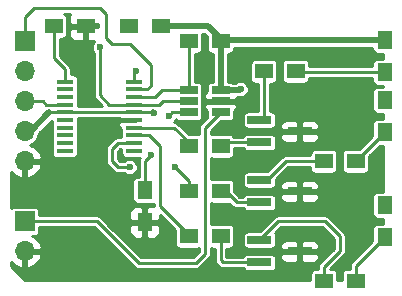
<source format=gbr>
G04 #@! TF.FileFunction,Copper,L1,Top,Signal*
%FSLAX46Y46*%
G04 Gerber Fmt 4.6, Leading zero omitted, Abs format (unit mm)*
G04 Created by KiCad (PCBNEW 4.0.6) date Thu Aug 31 18:27:20 2017*
%MOMM*%
%LPD*%
G01*
G04 APERTURE LIST*
%ADD10C,0.100000*%
%ADD11R,1.300000X1.500000*%
%ADD12R,1.700000X1.700000*%
%ADD13O,1.700000X1.700000*%
%ADD14R,2.000000X0.700000*%
%ADD15R,1.500000X1.300000*%
%ADD16R,1.560000X0.650000*%
%ADD17R,1.450000X0.450000*%
%ADD18C,0.600000*%
%ADD19C,0.250000*%
%ADD20C,0.500000*%
%ADD21C,0.254000*%
G04 APERTURE END LIST*
D10*
D11*
X154940000Y-94060000D03*
X154940000Y-91360000D03*
X154940000Y-99140000D03*
X154940000Y-96440000D03*
X154940000Y-108030000D03*
X154940000Y-105330000D03*
D12*
X124460000Y-106680000D03*
D13*
X124460000Y-109220000D03*
D12*
X124460000Y-91440000D03*
D13*
X124460000Y-93980000D03*
X124460000Y-96520000D03*
X124460000Y-99060000D03*
X124460000Y-101600000D03*
D14*
X144350000Y-98110000D03*
X144350000Y-100010000D03*
X147750000Y-99060000D03*
X144350000Y-103190000D03*
X144350000Y-105090000D03*
X147750000Y-104140000D03*
X144350000Y-108270000D03*
X144350000Y-110170000D03*
X147750000Y-109220000D03*
D11*
X134620000Y-104060000D03*
X134620000Y-106760000D03*
D15*
X133270000Y-90170000D03*
X135970000Y-90170000D03*
X138350000Y-91440000D03*
X141050000Y-91440000D03*
X141050000Y-100330000D03*
X138350000Y-100330000D03*
X129620000Y-90170000D03*
X126920000Y-90170000D03*
X147400000Y-93980000D03*
X144700000Y-93980000D03*
X141050000Y-104140000D03*
X138350000Y-104140000D03*
X152480000Y-101600000D03*
X149780000Y-101600000D03*
X141050000Y-107950000D03*
X138350000Y-107950000D03*
X152480000Y-111760000D03*
X149780000Y-111760000D03*
D16*
X141050000Y-97470000D03*
X141050000Y-96520000D03*
X141050000Y-95570000D03*
X138350000Y-95570000D03*
X138350000Y-97470000D03*
X138350000Y-96520000D03*
D17*
X127860000Y-94865000D03*
X127860000Y-95515000D03*
X127860000Y-96165000D03*
X127860000Y-96815000D03*
X127860000Y-97465000D03*
X127860000Y-98115000D03*
X127860000Y-98765000D03*
X127860000Y-99415000D03*
X127860000Y-100065000D03*
X127860000Y-100715000D03*
X133760000Y-100715000D03*
X133760000Y-100065000D03*
X133760000Y-99415000D03*
X133760000Y-98765000D03*
X133760000Y-98115000D03*
X133760000Y-97465000D03*
X133760000Y-96815000D03*
X133760000Y-96165000D03*
X133760000Y-95515000D03*
X133760000Y-94865000D03*
D18*
X154940000Y-96440000D03*
X154940000Y-91360000D03*
X154940000Y-105410000D03*
X142748000Y-95504000D03*
X135382000Y-97536000D03*
X130556000Y-90170000D03*
X133858000Y-93980000D03*
X136652000Y-97790000D03*
X135128000Y-101092000D03*
X133270000Y-90170000D03*
X130810000Y-91948000D03*
X133350000Y-102108000D03*
X137160000Y-102108000D03*
D19*
X154940000Y-94060000D02*
X147480000Y-94060000D01*
X147480000Y-94060000D02*
X147400000Y-93980000D01*
D20*
X141130000Y-91360000D02*
X154940000Y-91360000D01*
X154940000Y-105410000D02*
X154940000Y-105330000D01*
D19*
X133760000Y-97465000D02*
X135311000Y-97465000D01*
D20*
X142682000Y-95570000D02*
X141050000Y-95570000D01*
X142748000Y-95504000D02*
X142682000Y-95570000D01*
X135311000Y-97465000D02*
X135382000Y-97536000D01*
D19*
X127860000Y-97465000D02*
X133760000Y-97465000D01*
D20*
X141050000Y-91440000D02*
X141050000Y-91266000D01*
X141050000Y-91266000D02*
X139954000Y-90170000D01*
X139954000Y-90170000D02*
X135970000Y-90170000D01*
X141050000Y-95570000D02*
X141050000Y-91440000D01*
X124460000Y-99060000D02*
X124968000Y-99060000D01*
X124968000Y-99060000D02*
X126563000Y-97465000D01*
D19*
X126563000Y-97465000D02*
X127860000Y-97465000D01*
D20*
X141130000Y-91360000D02*
X141050000Y-91440000D01*
D19*
X152480000Y-101600000D02*
X154940000Y-99140000D01*
X152480000Y-111760000D02*
X152480000Y-110490000D01*
X152480000Y-110490000D02*
X154940000Y-108030000D01*
X124460000Y-106680000D02*
X130556000Y-106680000D01*
X139700000Y-98820000D02*
X141050000Y-97470000D01*
X139700000Y-109474000D02*
X139700000Y-98820000D01*
X138938000Y-110236000D02*
X139700000Y-109474000D01*
X134112000Y-110236000D02*
X138938000Y-110236000D01*
X130556000Y-106680000D02*
X134112000Y-110236000D01*
D20*
X129620000Y-90170000D02*
X130556000Y-90170000D01*
D19*
X133760000Y-95515000D02*
X134863000Y-95515000D01*
X124460000Y-89408000D02*
X124460000Y-91440000D01*
X125222000Y-88646000D02*
X124460000Y-89408000D01*
X130810000Y-88646000D02*
X125222000Y-88646000D01*
X131318000Y-89154000D02*
X130810000Y-88646000D01*
X131318000Y-91186000D02*
X131318000Y-89154000D01*
X131826000Y-91694000D02*
X131318000Y-91186000D01*
X133350000Y-91694000D02*
X131826000Y-91694000D01*
X135128000Y-93472000D02*
X133350000Y-91694000D01*
X135128000Y-95250000D02*
X135128000Y-93472000D01*
X134863000Y-95515000D02*
X135128000Y-95250000D01*
X133760000Y-94078000D02*
X133760000Y-94865000D01*
X133858000Y-93980000D02*
X133760000Y-94078000D01*
X127860000Y-96815000D02*
X126279000Y-96815000D01*
X125984000Y-96520000D02*
X124460000Y-96520000D01*
X126279000Y-96815000D02*
X125984000Y-96520000D01*
X144700000Y-93980000D02*
X144700000Y-97760000D01*
X144700000Y-97760000D02*
X144350000Y-98110000D01*
X144350000Y-100010000D02*
X141370000Y-100010000D01*
X141370000Y-100010000D02*
X141050000Y-100330000D01*
X144968000Y-103190000D02*
X146558000Y-101600000D01*
X146558000Y-101600000D02*
X149780000Y-101600000D01*
X144350000Y-103190000D02*
X144968000Y-103190000D01*
X141050000Y-104140000D02*
X141478000Y-104140000D01*
X141478000Y-104140000D02*
X142428000Y-105090000D01*
X142428000Y-105090000D02*
X144350000Y-105090000D01*
X149780000Y-111760000D02*
X149780000Y-110570000D01*
X145940000Y-106680000D02*
X144350000Y-108270000D01*
X149860000Y-106680000D02*
X145940000Y-106680000D01*
X151130000Y-107950000D02*
X149860000Y-106680000D01*
X151130000Y-109220000D02*
X151130000Y-107950000D01*
X149780000Y-110570000D02*
X151130000Y-109220000D01*
X144350000Y-110170000D02*
X141290000Y-110170000D01*
X141050000Y-109930000D02*
X141050000Y-107950000D01*
X141290000Y-110170000D02*
X141050000Y-109930000D01*
X134620000Y-104060000D02*
X134620000Y-101600000D01*
X136972000Y-97470000D02*
X138350000Y-97470000D01*
X136652000Y-97790000D02*
X136972000Y-97470000D01*
X134620000Y-101600000D02*
X135128000Y-101092000D01*
X133760000Y-96815000D02*
X131613000Y-96815000D01*
X130810000Y-96012000D02*
X131613000Y-96815000D01*
X130810000Y-91948000D02*
X130810000Y-96012000D01*
X138350000Y-96520000D02*
X136144000Y-96520000D01*
X135849000Y-96815000D02*
X133760000Y-96815000D01*
X136144000Y-96520000D02*
X135849000Y-96815000D01*
X138350000Y-91440000D02*
X138350000Y-95570000D01*
X133760000Y-96165000D02*
X135483000Y-96165000D01*
X136078000Y-95570000D02*
X138350000Y-95570000D01*
X135483000Y-96165000D02*
X136078000Y-95570000D01*
X138350000Y-100330000D02*
X138350000Y-99996000D01*
X138350000Y-99996000D02*
X137119000Y-98765000D01*
X137119000Y-98765000D02*
X133760000Y-98765000D01*
X127860000Y-94865000D02*
X127860000Y-93824000D01*
X126920000Y-92884000D02*
X126920000Y-90170000D01*
X127860000Y-93824000D02*
X126920000Y-92884000D01*
X138350000Y-104140000D02*
X138350000Y-103298000D01*
X132345000Y-100065000D02*
X133760000Y-100065000D01*
X131826000Y-100584000D02*
X132345000Y-100065000D01*
X131826000Y-101600000D02*
X131826000Y-100584000D01*
X132334000Y-102108000D02*
X131826000Y-101600000D01*
X133350000Y-102108000D02*
X132334000Y-102108000D01*
X138350000Y-103298000D02*
X137160000Y-102108000D01*
X138350000Y-107950000D02*
X138350000Y-107870000D01*
X138350000Y-107870000D02*
X135890000Y-105410000D01*
X135890000Y-105410000D02*
X135890000Y-100330000D01*
X135890000Y-100330000D02*
X134975000Y-99415000D01*
X134975000Y-99415000D02*
X133760000Y-99415000D01*
D21*
G36*
X139911536Y-91019904D02*
X139911536Y-92090000D01*
X139938103Y-92231190D01*
X140021546Y-92360865D01*
X140148866Y-92447859D01*
X140300000Y-92478464D01*
X140419000Y-92478464D01*
X140419000Y-94856536D01*
X140270000Y-94856536D01*
X140128810Y-94883103D01*
X139999135Y-94966546D01*
X139912141Y-95093866D01*
X139881536Y-95245000D01*
X139881536Y-95685439D01*
X139731673Y-95835301D01*
X139635000Y-96068690D01*
X139635000Y-96234250D01*
X139793750Y-96393000D01*
X140923000Y-96393000D01*
X140923000Y-96373000D01*
X141177000Y-96373000D01*
X141177000Y-96393000D01*
X142306250Y-96393000D01*
X142465000Y-96234250D01*
X142465000Y-96201000D01*
X142682000Y-96201000D01*
X142762372Y-96185013D01*
X142882865Y-96185118D01*
X143133252Y-96081661D01*
X143324987Y-95890259D01*
X143428882Y-95640054D01*
X143429118Y-95369135D01*
X143325661Y-95118748D01*
X143134259Y-94927013D01*
X142884054Y-94823118D01*
X142613135Y-94822882D01*
X142362748Y-94926339D01*
X142350065Y-94939000D01*
X142057032Y-94939000D01*
X141981134Y-94887141D01*
X141830000Y-94856536D01*
X141681000Y-94856536D01*
X141681000Y-92478464D01*
X141800000Y-92478464D01*
X141941190Y-92451897D01*
X142070865Y-92368454D01*
X142157859Y-92241134D01*
X142188464Y-92090000D01*
X142188464Y-91991000D01*
X153901536Y-91991000D01*
X153901536Y-92110000D01*
X153928103Y-92251190D01*
X154011546Y-92380865D01*
X154138866Y-92467859D01*
X154290000Y-92498464D01*
X154813000Y-92498464D01*
X154813000Y-92921536D01*
X154290000Y-92921536D01*
X154148810Y-92948103D01*
X154019135Y-93031546D01*
X153932141Y-93158866D01*
X153901536Y-93310000D01*
X153901536Y-93554000D01*
X148538464Y-93554000D01*
X148538464Y-93330000D01*
X148511897Y-93188810D01*
X148428454Y-93059135D01*
X148301134Y-92972141D01*
X148150000Y-92941536D01*
X146650000Y-92941536D01*
X146508810Y-92968103D01*
X146379135Y-93051546D01*
X146292141Y-93178866D01*
X146261536Y-93330000D01*
X146261536Y-94630000D01*
X146288103Y-94771190D01*
X146371546Y-94900865D01*
X146498866Y-94987859D01*
X146650000Y-95018464D01*
X148150000Y-95018464D01*
X148291190Y-94991897D01*
X148420865Y-94908454D01*
X148507859Y-94781134D01*
X148538464Y-94630000D01*
X148538464Y-94566000D01*
X153901536Y-94566000D01*
X153901536Y-94810000D01*
X153928103Y-94951190D01*
X154011546Y-95080865D01*
X154138866Y-95167859D01*
X154290000Y-95198464D01*
X154813000Y-95198464D01*
X154813000Y-95301536D01*
X154290000Y-95301536D01*
X154148810Y-95328103D01*
X154019135Y-95411546D01*
X153932141Y-95538866D01*
X153901536Y-95690000D01*
X153901536Y-97190000D01*
X153928103Y-97331190D01*
X154011546Y-97460865D01*
X154138866Y-97547859D01*
X154290000Y-97578464D01*
X154813000Y-97578464D01*
X154813000Y-98001536D01*
X154290000Y-98001536D01*
X154148810Y-98028103D01*
X154019135Y-98111546D01*
X153932141Y-98238866D01*
X153901536Y-98390000D01*
X153901536Y-99462872D01*
X152802872Y-100561536D01*
X151730000Y-100561536D01*
X151588810Y-100588103D01*
X151459135Y-100671546D01*
X151372141Y-100798866D01*
X151341536Y-100950000D01*
X151341536Y-102250000D01*
X151368103Y-102391190D01*
X151451546Y-102520865D01*
X151578866Y-102607859D01*
X151730000Y-102638464D01*
X153230000Y-102638464D01*
X153371190Y-102611897D01*
X153500865Y-102528454D01*
X153587859Y-102401134D01*
X153618464Y-102250000D01*
X153618464Y-101177128D01*
X154517128Y-100278464D01*
X154813000Y-100278464D01*
X154813000Y-104191536D01*
X154290000Y-104191536D01*
X154148810Y-104218103D01*
X154019135Y-104301546D01*
X153932141Y-104428866D01*
X153901536Y-104580000D01*
X153901536Y-106080000D01*
X153928103Y-106221190D01*
X154011546Y-106350865D01*
X154138866Y-106437859D01*
X154290000Y-106468464D01*
X154813000Y-106468464D01*
X154813000Y-106891536D01*
X154290000Y-106891536D01*
X154148810Y-106918103D01*
X154019135Y-107001546D01*
X153932141Y-107128866D01*
X153901536Y-107280000D01*
X153901536Y-108352872D01*
X152122204Y-110132204D01*
X152012517Y-110296362D01*
X151974000Y-110490000D01*
X151974000Y-110721536D01*
X151730000Y-110721536D01*
X151588810Y-110748103D01*
X151459135Y-110831546D01*
X151372141Y-110958866D01*
X151341536Y-111110000D01*
X151341536Y-111633000D01*
X150918464Y-111633000D01*
X150918464Y-111110000D01*
X150891897Y-110968810D01*
X150808454Y-110839135D01*
X150681134Y-110752141D01*
X150530000Y-110721536D01*
X150344056Y-110721536D01*
X151487796Y-109577796D01*
X151597483Y-109413638D01*
X151636000Y-109220000D01*
X151636000Y-107950000D01*
X151597483Y-107756362D01*
X151487796Y-107592204D01*
X150217796Y-106322204D01*
X150053638Y-106212517D01*
X149860000Y-106174000D01*
X145940000Y-106174000D01*
X145746362Y-106212517D01*
X145582204Y-106322204D01*
X144372872Y-107531536D01*
X143350000Y-107531536D01*
X143208810Y-107558103D01*
X143079135Y-107641546D01*
X142992141Y-107768866D01*
X142961536Y-107920000D01*
X142961536Y-108620000D01*
X142988103Y-108761190D01*
X143071546Y-108890865D01*
X143198866Y-108977859D01*
X143350000Y-109008464D01*
X145350000Y-109008464D01*
X145491190Y-108981897D01*
X145620865Y-108898454D01*
X145707859Y-108771134D01*
X145713416Y-108743690D01*
X146115000Y-108743690D01*
X146115000Y-108934250D01*
X146273750Y-109093000D01*
X147623000Y-109093000D01*
X147623000Y-108393750D01*
X147877000Y-108393750D01*
X147877000Y-109093000D01*
X149226250Y-109093000D01*
X149385000Y-108934250D01*
X149385000Y-108743690D01*
X149288327Y-108510301D01*
X149109698Y-108331673D01*
X148876309Y-108235000D01*
X148035750Y-108235000D01*
X147877000Y-108393750D01*
X147623000Y-108393750D01*
X147464250Y-108235000D01*
X146623691Y-108235000D01*
X146390302Y-108331673D01*
X146211673Y-108510301D01*
X146115000Y-108743690D01*
X145713416Y-108743690D01*
X145738464Y-108620000D01*
X145738464Y-107920000D01*
X145711897Y-107778810D01*
X145651164Y-107684428D01*
X146149592Y-107186000D01*
X149650408Y-107186000D01*
X150624000Y-108159592D01*
X150624000Y-109010408D01*
X149422204Y-110212204D01*
X149312517Y-110376362D01*
X149274000Y-110570000D01*
X149274000Y-110721536D01*
X149030000Y-110721536D01*
X148888810Y-110748103D01*
X148759135Y-110831546D01*
X148672141Y-110958866D01*
X148641536Y-111110000D01*
X148641536Y-111633000D01*
X124512606Y-111633000D01*
X123317000Y-110437394D01*
X123317000Y-110128085D01*
X123578642Y-110415183D01*
X124103108Y-110661486D01*
X124333000Y-110540819D01*
X124333000Y-109347000D01*
X124587000Y-109347000D01*
X124587000Y-110540819D01*
X124816892Y-110661486D01*
X125341358Y-110415183D01*
X125731645Y-109986924D01*
X125901476Y-109576890D01*
X125780155Y-109347000D01*
X124587000Y-109347000D01*
X124333000Y-109347000D01*
X124313000Y-109347000D01*
X124313000Y-109093000D01*
X124333000Y-109093000D01*
X124333000Y-109073000D01*
X124587000Y-109073000D01*
X124587000Y-109093000D01*
X125780155Y-109093000D01*
X125901476Y-108863110D01*
X125731645Y-108453076D01*
X125341358Y-108024817D01*
X125114895Y-107918464D01*
X125310000Y-107918464D01*
X125451190Y-107891897D01*
X125580865Y-107808454D01*
X125667859Y-107681134D01*
X125698464Y-107530000D01*
X125698464Y-107186000D01*
X130346408Y-107186000D01*
X133754204Y-110593796D01*
X133918362Y-110703483D01*
X134112000Y-110742000D01*
X138938000Y-110742000D01*
X139131638Y-110703483D01*
X139295796Y-110593796D01*
X140057796Y-109831796D01*
X140070887Y-109812204D01*
X140167483Y-109667638D01*
X140206000Y-109474000D01*
X140206000Y-108969429D01*
X140300000Y-108988464D01*
X140544000Y-108988464D01*
X140544000Y-109930000D01*
X140582517Y-110123638D01*
X140692204Y-110287796D01*
X140932204Y-110527796D01*
X141096362Y-110637483D01*
X141290000Y-110676000D01*
X142997633Y-110676000D01*
X143071546Y-110790865D01*
X143198866Y-110877859D01*
X143350000Y-110908464D01*
X145350000Y-110908464D01*
X145491190Y-110881897D01*
X145620865Y-110798454D01*
X145707859Y-110671134D01*
X145738464Y-110520000D01*
X145738464Y-109820000D01*
X145711897Y-109678810D01*
X145628454Y-109549135D01*
X145564958Y-109505750D01*
X146115000Y-109505750D01*
X146115000Y-109696310D01*
X146211673Y-109929699D01*
X146390302Y-110108327D01*
X146623691Y-110205000D01*
X147464250Y-110205000D01*
X147623000Y-110046250D01*
X147623000Y-109347000D01*
X147877000Y-109347000D01*
X147877000Y-110046250D01*
X148035750Y-110205000D01*
X148876309Y-110205000D01*
X149109698Y-110108327D01*
X149288327Y-109929699D01*
X149385000Y-109696310D01*
X149385000Y-109505750D01*
X149226250Y-109347000D01*
X147877000Y-109347000D01*
X147623000Y-109347000D01*
X146273750Y-109347000D01*
X146115000Y-109505750D01*
X145564958Y-109505750D01*
X145501134Y-109462141D01*
X145350000Y-109431536D01*
X143350000Y-109431536D01*
X143208810Y-109458103D01*
X143079135Y-109541546D01*
X142995466Y-109664000D01*
X141556000Y-109664000D01*
X141556000Y-108988464D01*
X141800000Y-108988464D01*
X141941190Y-108961897D01*
X142070865Y-108878454D01*
X142157859Y-108751134D01*
X142188464Y-108600000D01*
X142188464Y-107300000D01*
X142161897Y-107158810D01*
X142078454Y-107029135D01*
X141951134Y-106942141D01*
X141800000Y-106911536D01*
X140300000Y-106911536D01*
X140206000Y-106929223D01*
X140206000Y-105159429D01*
X140300000Y-105178464D01*
X141800000Y-105178464D01*
X141800734Y-105178326D01*
X142070204Y-105447796D01*
X142234362Y-105557483D01*
X142428000Y-105596000D01*
X142997633Y-105596000D01*
X143071546Y-105710865D01*
X143198866Y-105797859D01*
X143350000Y-105828464D01*
X145350000Y-105828464D01*
X145491190Y-105801897D01*
X145620865Y-105718454D01*
X145707859Y-105591134D01*
X145738464Y-105440000D01*
X145738464Y-104740000D01*
X145711897Y-104598810D01*
X145628454Y-104469135D01*
X145564958Y-104425750D01*
X146115000Y-104425750D01*
X146115000Y-104616310D01*
X146211673Y-104849699D01*
X146390302Y-105028327D01*
X146623691Y-105125000D01*
X147464250Y-105125000D01*
X147623000Y-104966250D01*
X147623000Y-104267000D01*
X147877000Y-104267000D01*
X147877000Y-104966250D01*
X148035750Y-105125000D01*
X148876309Y-105125000D01*
X149109698Y-105028327D01*
X149288327Y-104849699D01*
X149385000Y-104616310D01*
X149385000Y-104425750D01*
X149226250Y-104267000D01*
X147877000Y-104267000D01*
X147623000Y-104267000D01*
X146273750Y-104267000D01*
X146115000Y-104425750D01*
X145564958Y-104425750D01*
X145501134Y-104382141D01*
X145350000Y-104351536D01*
X143350000Y-104351536D01*
X143208810Y-104378103D01*
X143079135Y-104461546D01*
X142995466Y-104584000D01*
X142637592Y-104584000D01*
X142188464Y-104134872D01*
X142188464Y-103490000D01*
X142161897Y-103348810D01*
X142078454Y-103219135D01*
X141951134Y-103132141D01*
X141800000Y-103101536D01*
X140300000Y-103101536D01*
X140206000Y-103119223D01*
X140206000Y-102840000D01*
X142961536Y-102840000D01*
X142961536Y-103540000D01*
X142988103Y-103681190D01*
X143071546Y-103810865D01*
X143198866Y-103897859D01*
X143350000Y-103928464D01*
X145350000Y-103928464D01*
X145491190Y-103901897D01*
X145620865Y-103818454D01*
X145707859Y-103691134D01*
X145713416Y-103663690D01*
X146115000Y-103663690D01*
X146115000Y-103854250D01*
X146273750Y-104013000D01*
X147623000Y-104013000D01*
X147623000Y-103313750D01*
X147877000Y-103313750D01*
X147877000Y-104013000D01*
X149226250Y-104013000D01*
X149385000Y-103854250D01*
X149385000Y-103663690D01*
X149288327Y-103430301D01*
X149109698Y-103251673D01*
X148876309Y-103155000D01*
X148035750Y-103155000D01*
X147877000Y-103313750D01*
X147623000Y-103313750D01*
X147464250Y-103155000D01*
X146623691Y-103155000D01*
X146390302Y-103251673D01*
X146211673Y-103430301D01*
X146115000Y-103663690D01*
X145713416Y-103663690D01*
X145738464Y-103540000D01*
X145738464Y-103135128D01*
X146767592Y-102106000D01*
X148641536Y-102106000D01*
X148641536Y-102250000D01*
X148668103Y-102391190D01*
X148751546Y-102520865D01*
X148878866Y-102607859D01*
X149030000Y-102638464D01*
X150530000Y-102638464D01*
X150671190Y-102611897D01*
X150800865Y-102528454D01*
X150887859Y-102401134D01*
X150918464Y-102250000D01*
X150918464Y-100950000D01*
X150891897Y-100808810D01*
X150808454Y-100679135D01*
X150681134Y-100592141D01*
X150530000Y-100561536D01*
X149030000Y-100561536D01*
X148888810Y-100588103D01*
X148759135Y-100671546D01*
X148672141Y-100798866D01*
X148641536Y-100950000D01*
X148641536Y-101094000D01*
X146558000Y-101094000D01*
X146364362Y-101132517D01*
X146221381Y-101228054D01*
X146200204Y-101242204D01*
X144990872Y-102451536D01*
X143350000Y-102451536D01*
X143208810Y-102478103D01*
X143079135Y-102561546D01*
X142992141Y-102688866D01*
X142961536Y-102840000D01*
X140206000Y-102840000D01*
X140206000Y-101349429D01*
X140300000Y-101368464D01*
X141800000Y-101368464D01*
X141941190Y-101341897D01*
X142070865Y-101258454D01*
X142157859Y-101131134D01*
X142188464Y-100980000D01*
X142188464Y-100516000D01*
X142997633Y-100516000D01*
X143071546Y-100630865D01*
X143198866Y-100717859D01*
X143350000Y-100748464D01*
X145350000Y-100748464D01*
X145491190Y-100721897D01*
X145620865Y-100638454D01*
X145707859Y-100511134D01*
X145738464Y-100360000D01*
X145738464Y-99660000D01*
X145711897Y-99518810D01*
X145628454Y-99389135D01*
X145564958Y-99345750D01*
X146115000Y-99345750D01*
X146115000Y-99536310D01*
X146211673Y-99769699D01*
X146390302Y-99948327D01*
X146623691Y-100045000D01*
X147464250Y-100045000D01*
X147623000Y-99886250D01*
X147623000Y-99187000D01*
X147877000Y-99187000D01*
X147877000Y-99886250D01*
X148035750Y-100045000D01*
X148876309Y-100045000D01*
X149109698Y-99948327D01*
X149288327Y-99769699D01*
X149385000Y-99536310D01*
X149385000Y-99345750D01*
X149226250Y-99187000D01*
X147877000Y-99187000D01*
X147623000Y-99187000D01*
X146273750Y-99187000D01*
X146115000Y-99345750D01*
X145564958Y-99345750D01*
X145501134Y-99302141D01*
X145350000Y-99271536D01*
X143350000Y-99271536D01*
X143208810Y-99298103D01*
X143079135Y-99381546D01*
X142995466Y-99504000D01*
X142139498Y-99504000D01*
X142078454Y-99409135D01*
X141951134Y-99322141D01*
X141800000Y-99291536D01*
X140300000Y-99291536D01*
X140206000Y-99309223D01*
X140206000Y-99029592D01*
X141052128Y-98183464D01*
X141830000Y-98183464D01*
X141971190Y-98156897D01*
X142100865Y-98073454D01*
X142187859Y-97946134D01*
X142218464Y-97795000D01*
X142218464Y-97760000D01*
X142961536Y-97760000D01*
X142961536Y-98460000D01*
X142988103Y-98601190D01*
X143071546Y-98730865D01*
X143198866Y-98817859D01*
X143350000Y-98848464D01*
X145350000Y-98848464D01*
X145491190Y-98821897D01*
X145620865Y-98738454D01*
X145707859Y-98611134D01*
X145713416Y-98583690D01*
X146115000Y-98583690D01*
X146115000Y-98774250D01*
X146273750Y-98933000D01*
X147623000Y-98933000D01*
X147623000Y-98233750D01*
X147877000Y-98233750D01*
X147877000Y-98933000D01*
X149226250Y-98933000D01*
X149385000Y-98774250D01*
X149385000Y-98583690D01*
X149288327Y-98350301D01*
X149109698Y-98171673D01*
X148876309Y-98075000D01*
X148035750Y-98075000D01*
X147877000Y-98233750D01*
X147623000Y-98233750D01*
X147464250Y-98075000D01*
X146623691Y-98075000D01*
X146390302Y-98171673D01*
X146211673Y-98350301D01*
X146115000Y-98583690D01*
X145713416Y-98583690D01*
X145738464Y-98460000D01*
X145738464Y-97760000D01*
X145711897Y-97618810D01*
X145628454Y-97489135D01*
X145501134Y-97402141D01*
X145350000Y-97371536D01*
X145206000Y-97371536D01*
X145206000Y-95018464D01*
X145450000Y-95018464D01*
X145591190Y-94991897D01*
X145720865Y-94908454D01*
X145807859Y-94781134D01*
X145838464Y-94630000D01*
X145838464Y-93330000D01*
X145811897Y-93188810D01*
X145728454Y-93059135D01*
X145601134Y-92972141D01*
X145450000Y-92941536D01*
X143950000Y-92941536D01*
X143808810Y-92968103D01*
X143679135Y-93051546D01*
X143592141Y-93178866D01*
X143561536Y-93330000D01*
X143561536Y-94630000D01*
X143588103Y-94771190D01*
X143671546Y-94900865D01*
X143798866Y-94987859D01*
X143950000Y-95018464D01*
X144194000Y-95018464D01*
X144194000Y-97371536D01*
X143350000Y-97371536D01*
X143208810Y-97398103D01*
X143079135Y-97481546D01*
X142992141Y-97608866D01*
X142961536Y-97760000D01*
X142218464Y-97760000D01*
X142218464Y-97354561D01*
X142368327Y-97204699D01*
X142465000Y-96971310D01*
X142465000Y-96805750D01*
X142306250Y-96647000D01*
X141177000Y-96647000D01*
X141177000Y-96667000D01*
X140923000Y-96667000D01*
X140923000Y-96647000D01*
X139793750Y-96647000D01*
X139635000Y-96805750D01*
X139635000Y-96971310D01*
X139731673Y-97204699D01*
X139881536Y-97354561D01*
X139881536Y-97795000D01*
X139901787Y-97902621D01*
X139342204Y-98462204D01*
X139232517Y-98626362D01*
X139194000Y-98820000D01*
X139194000Y-99310571D01*
X139100000Y-99291536D01*
X138361128Y-99291536D01*
X137476796Y-98407204D01*
X137312638Y-98297517D01*
X137141599Y-98263495D01*
X137228987Y-98176259D01*
X137281384Y-98050073D01*
X137291546Y-98065865D01*
X137418866Y-98152859D01*
X137570000Y-98183464D01*
X139130000Y-98183464D01*
X139271190Y-98156897D01*
X139400865Y-98073454D01*
X139487859Y-97946134D01*
X139518464Y-97795000D01*
X139518464Y-97145000D01*
X139491897Y-97003810D01*
X139487395Y-96996813D01*
X139487859Y-96996134D01*
X139518464Y-96845000D01*
X139518464Y-96195000D01*
X139491897Y-96053810D01*
X139487395Y-96046813D01*
X139487859Y-96046134D01*
X139518464Y-95895000D01*
X139518464Y-95245000D01*
X139491897Y-95103810D01*
X139408454Y-94974135D01*
X139281134Y-94887141D01*
X139130000Y-94856536D01*
X138856000Y-94856536D01*
X138856000Y-92478464D01*
X139100000Y-92478464D01*
X139241190Y-92451897D01*
X139370865Y-92368454D01*
X139457859Y-92241134D01*
X139488464Y-92090000D01*
X139488464Y-90801000D01*
X139692632Y-90801000D01*
X139911536Y-91019904D01*
X139911536Y-91019904D01*
G37*
X139911536Y-91019904D02*
X139911536Y-92090000D01*
X139938103Y-92231190D01*
X140021546Y-92360865D01*
X140148866Y-92447859D01*
X140300000Y-92478464D01*
X140419000Y-92478464D01*
X140419000Y-94856536D01*
X140270000Y-94856536D01*
X140128810Y-94883103D01*
X139999135Y-94966546D01*
X139912141Y-95093866D01*
X139881536Y-95245000D01*
X139881536Y-95685439D01*
X139731673Y-95835301D01*
X139635000Y-96068690D01*
X139635000Y-96234250D01*
X139793750Y-96393000D01*
X140923000Y-96393000D01*
X140923000Y-96373000D01*
X141177000Y-96373000D01*
X141177000Y-96393000D01*
X142306250Y-96393000D01*
X142465000Y-96234250D01*
X142465000Y-96201000D01*
X142682000Y-96201000D01*
X142762372Y-96185013D01*
X142882865Y-96185118D01*
X143133252Y-96081661D01*
X143324987Y-95890259D01*
X143428882Y-95640054D01*
X143429118Y-95369135D01*
X143325661Y-95118748D01*
X143134259Y-94927013D01*
X142884054Y-94823118D01*
X142613135Y-94822882D01*
X142362748Y-94926339D01*
X142350065Y-94939000D01*
X142057032Y-94939000D01*
X141981134Y-94887141D01*
X141830000Y-94856536D01*
X141681000Y-94856536D01*
X141681000Y-92478464D01*
X141800000Y-92478464D01*
X141941190Y-92451897D01*
X142070865Y-92368454D01*
X142157859Y-92241134D01*
X142188464Y-92090000D01*
X142188464Y-91991000D01*
X153901536Y-91991000D01*
X153901536Y-92110000D01*
X153928103Y-92251190D01*
X154011546Y-92380865D01*
X154138866Y-92467859D01*
X154290000Y-92498464D01*
X154813000Y-92498464D01*
X154813000Y-92921536D01*
X154290000Y-92921536D01*
X154148810Y-92948103D01*
X154019135Y-93031546D01*
X153932141Y-93158866D01*
X153901536Y-93310000D01*
X153901536Y-93554000D01*
X148538464Y-93554000D01*
X148538464Y-93330000D01*
X148511897Y-93188810D01*
X148428454Y-93059135D01*
X148301134Y-92972141D01*
X148150000Y-92941536D01*
X146650000Y-92941536D01*
X146508810Y-92968103D01*
X146379135Y-93051546D01*
X146292141Y-93178866D01*
X146261536Y-93330000D01*
X146261536Y-94630000D01*
X146288103Y-94771190D01*
X146371546Y-94900865D01*
X146498866Y-94987859D01*
X146650000Y-95018464D01*
X148150000Y-95018464D01*
X148291190Y-94991897D01*
X148420865Y-94908454D01*
X148507859Y-94781134D01*
X148538464Y-94630000D01*
X148538464Y-94566000D01*
X153901536Y-94566000D01*
X153901536Y-94810000D01*
X153928103Y-94951190D01*
X154011546Y-95080865D01*
X154138866Y-95167859D01*
X154290000Y-95198464D01*
X154813000Y-95198464D01*
X154813000Y-95301536D01*
X154290000Y-95301536D01*
X154148810Y-95328103D01*
X154019135Y-95411546D01*
X153932141Y-95538866D01*
X153901536Y-95690000D01*
X153901536Y-97190000D01*
X153928103Y-97331190D01*
X154011546Y-97460865D01*
X154138866Y-97547859D01*
X154290000Y-97578464D01*
X154813000Y-97578464D01*
X154813000Y-98001536D01*
X154290000Y-98001536D01*
X154148810Y-98028103D01*
X154019135Y-98111546D01*
X153932141Y-98238866D01*
X153901536Y-98390000D01*
X153901536Y-99462872D01*
X152802872Y-100561536D01*
X151730000Y-100561536D01*
X151588810Y-100588103D01*
X151459135Y-100671546D01*
X151372141Y-100798866D01*
X151341536Y-100950000D01*
X151341536Y-102250000D01*
X151368103Y-102391190D01*
X151451546Y-102520865D01*
X151578866Y-102607859D01*
X151730000Y-102638464D01*
X153230000Y-102638464D01*
X153371190Y-102611897D01*
X153500865Y-102528454D01*
X153587859Y-102401134D01*
X153618464Y-102250000D01*
X153618464Y-101177128D01*
X154517128Y-100278464D01*
X154813000Y-100278464D01*
X154813000Y-104191536D01*
X154290000Y-104191536D01*
X154148810Y-104218103D01*
X154019135Y-104301546D01*
X153932141Y-104428866D01*
X153901536Y-104580000D01*
X153901536Y-106080000D01*
X153928103Y-106221190D01*
X154011546Y-106350865D01*
X154138866Y-106437859D01*
X154290000Y-106468464D01*
X154813000Y-106468464D01*
X154813000Y-106891536D01*
X154290000Y-106891536D01*
X154148810Y-106918103D01*
X154019135Y-107001546D01*
X153932141Y-107128866D01*
X153901536Y-107280000D01*
X153901536Y-108352872D01*
X152122204Y-110132204D01*
X152012517Y-110296362D01*
X151974000Y-110490000D01*
X151974000Y-110721536D01*
X151730000Y-110721536D01*
X151588810Y-110748103D01*
X151459135Y-110831546D01*
X151372141Y-110958866D01*
X151341536Y-111110000D01*
X151341536Y-111633000D01*
X150918464Y-111633000D01*
X150918464Y-111110000D01*
X150891897Y-110968810D01*
X150808454Y-110839135D01*
X150681134Y-110752141D01*
X150530000Y-110721536D01*
X150344056Y-110721536D01*
X151487796Y-109577796D01*
X151597483Y-109413638D01*
X151636000Y-109220000D01*
X151636000Y-107950000D01*
X151597483Y-107756362D01*
X151487796Y-107592204D01*
X150217796Y-106322204D01*
X150053638Y-106212517D01*
X149860000Y-106174000D01*
X145940000Y-106174000D01*
X145746362Y-106212517D01*
X145582204Y-106322204D01*
X144372872Y-107531536D01*
X143350000Y-107531536D01*
X143208810Y-107558103D01*
X143079135Y-107641546D01*
X142992141Y-107768866D01*
X142961536Y-107920000D01*
X142961536Y-108620000D01*
X142988103Y-108761190D01*
X143071546Y-108890865D01*
X143198866Y-108977859D01*
X143350000Y-109008464D01*
X145350000Y-109008464D01*
X145491190Y-108981897D01*
X145620865Y-108898454D01*
X145707859Y-108771134D01*
X145713416Y-108743690D01*
X146115000Y-108743690D01*
X146115000Y-108934250D01*
X146273750Y-109093000D01*
X147623000Y-109093000D01*
X147623000Y-108393750D01*
X147877000Y-108393750D01*
X147877000Y-109093000D01*
X149226250Y-109093000D01*
X149385000Y-108934250D01*
X149385000Y-108743690D01*
X149288327Y-108510301D01*
X149109698Y-108331673D01*
X148876309Y-108235000D01*
X148035750Y-108235000D01*
X147877000Y-108393750D01*
X147623000Y-108393750D01*
X147464250Y-108235000D01*
X146623691Y-108235000D01*
X146390302Y-108331673D01*
X146211673Y-108510301D01*
X146115000Y-108743690D01*
X145713416Y-108743690D01*
X145738464Y-108620000D01*
X145738464Y-107920000D01*
X145711897Y-107778810D01*
X145651164Y-107684428D01*
X146149592Y-107186000D01*
X149650408Y-107186000D01*
X150624000Y-108159592D01*
X150624000Y-109010408D01*
X149422204Y-110212204D01*
X149312517Y-110376362D01*
X149274000Y-110570000D01*
X149274000Y-110721536D01*
X149030000Y-110721536D01*
X148888810Y-110748103D01*
X148759135Y-110831546D01*
X148672141Y-110958866D01*
X148641536Y-111110000D01*
X148641536Y-111633000D01*
X124512606Y-111633000D01*
X123317000Y-110437394D01*
X123317000Y-110128085D01*
X123578642Y-110415183D01*
X124103108Y-110661486D01*
X124333000Y-110540819D01*
X124333000Y-109347000D01*
X124587000Y-109347000D01*
X124587000Y-110540819D01*
X124816892Y-110661486D01*
X125341358Y-110415183D01*
X125731645Y-109986924D01*
X125901476Y-109576890D01*
X125780155Y-109347000D01*
X124587000Y-109347000D01*
X124333000Y-109347000D01*
X124313000Y-109347000D01*
X124313000Y-109093000D01*
X124333000Y-109093000D01*
X124333000Y-109073000D01*
X124587000Y-109073000D01*
X124587000Y-109093000D01*
X125780155Y-109093000D01*
X125901476Y-108863110D01*
X125731645Y-108453076D01*
X125341358Y-108024817D01*
X125114895Y-107918464D01*
X125310000Y-107918464D01*
X125451190Y-107891897D01*
X125580865Y-107808454D01*
X125667859Y-107681134D01*
X125698464Y-107530000D01*
X125698464Y-107186000D01*
X130346408Y-107186000D01*
X133754204Y-110593796D01*
X133918362Y-110703483D01*
X134112000Y-110742000D01*
X138938000Y-110742000D01*
X139131638Y-110703483D01*
X139295796Y-110593796D01*
X140057796Y-109831796D01*
X140070887Y-109812204D01*
X140167483Y-109667638D01*
X140206000Y-109474000D01*
X140206000Y-108969429D01*
X140300000Y-108988464D01*
X140544000Y-108988464D01*
X140544000Y-109930000D01*
X140582517Y-110123638D01*
X140692204Y-110287796D01*
X140932204Y-110527796D01*
X141096362Y-110637483D01*
X141290000Y-110676000D01*
X142997633Y-110676000D01*
X143071546Y-110790865D01*
X143198866Y-110877859D01*
X143350000Y-110908464D01*
X145350000Y-110908464D01*
X145491190Y-110881897D01*
X145620865Y-110798454D01*
X145707859Y-110671134D01*
X145738464Y-110520000D01*
X145738464Y-109820000D01*
X145711897Y-109678810D01*
X145628454Y-109549135D01*
X145564958Y-109505750D01*
X146115000Y-109505750D01*
X146115000Y-109696310D01*
X146211673Y-109929699D01*
X146390302Y-110108327D01*
X146623691Y-110205000D01*
X147464250Y-110205000D01*
X147623000Y-110046250D01*
X147623000Y-109347000D01*
X147877000Y-109347000D01*
X147877000Y-110046250D01*
X148035750Y-110205000D01*
X148876309Y-110205000D01*
X149109698Y-110108327D01*
X149288327Y-109929699D01*
X149385000Y-109696310D01*
X149385000Y-109505750D01*
X149226250Y-109347000D01*
X147877000Y-109347000D01*
X147623000Y-109347000D01*
X146273750Y-109347000D01*
X146115000Y-109505750D01*
X145564958Y-109505750D01*
X145501134Y-109462141D01*
X145350000Y-109431536D01*
X143350000Y-109431536D01*
X143208810Y-109458103D01*
X143079135Y-109541546D01*
X142995466Y-109664000D01*
X141556000Y-109664000D01*
X141556000Y-108988464D01*
X141800000Y-108988464D01*
X141941190Y-108961897D01*
X142070865Y-108878454D01*
X142157859Y-108751134D01*
X142188464Y-108600000D01*
X142188464Y-107300000D01*
X142161897Y-107158810D01*
X142078454Y-107029135D01*
X141951134Y-106942141D01*
X141800000Y-106911536D01*
X140300000Y-106911536D01*
X140206000Y-106929223D01*
X140206000Y-105159429D01*
X140300000Y-105178464D01*
X141800000Y-105178464D01*
X141800734Y-105178326D01*
X142070204Y-105447796D01*
X142234362Y-105557483D01*
X142428000Y-105596000D01*
X142997633Y-105596000D01*
X143071546Y-105710865D01*
X143198866Y-105797859D01*
X143350000Y-105828464D01*
X145350000Y-105828464D01*
X145491190Y-105801897D01*
X145620865Y-105718454D01*
X145707859Y-105591134D01*
X145738464Y-105440000D01*
X145738464Y-104740000D01*
X145711897Y-104598810D01*
X145628454Y-104469135D01*
X145564958Y-104425750D01*
X146115000Y-104425750D01*
X146115000Y-104616310D01*
X146211673Y-104849699D01*
X146390302Y-105028327D01*
X146623691Y-105125000D01*
X147464250Y-105125000D01*
X147623000Y-104966250D01*
X147623000Y-104267000D01*
X147877000Y-104267000D01*
X147877000Y-104966250D01*
X148035750Y-105125000D01*
X148876309Y-105125000D01*
X149109698Y-105028327D01*
X149288327Y-104849699D01*
X149385000Y-104616310D01*
X149385000Y-104425750D01*
X149226250Y-104267000D01*
X147877000Y-104267000D01*
X147623000Y-104267000D01*
X146273750Y-104267000D01*
X146115000Y-104425750D01*
X145564958Y-104425750D01*
X145501134Y-104382141D01*
X145350000Y-104351536D01*
X143350000Y-104351536D01*
X143208810Y-104378103D01*
X143079135Y-104461546D01*
X142995466Y-104584000D01*
X142637592Y-104584000D01*
X142188464Y-104134872D01*
X142188464Y-103490000D01*
X142161897Y-103348810D01*
X142078454Y-103219135D01*
X141951134Y-103132141D01*
X141800000Y-103101536D01*
X140300000Y-103101536D01*
X140206000Y-103119223D01*
X140206000Y-102840000D01*
X142961536Y-102840000D01*
X142961536Y-103540000D01*
X142988103Y-103681190D01*
X143071546Y-103810865D01*
X143198866Y-103897859D01*
X143350000Y-103928464D01*
X145350000Y-103928464D01*
X145491190Y-103901897D01*
X145620865Y-103818454D01*
X145707859Y-103691134D01*
X145713416Y-103663690D01*
X146115000Y-103663690D01*
X146115000Y-103854250D01*
X146273750Y-104013000D01*
X147623000Y-104013000D01*
X147623000Y-103313750D01*
X147877000Y-103313750D01*
X147877000Y-104013000D01*
X149226250Y-104013000D01*
X149385000Y-103854250D01*
X149385000Y-103663690D01*
X149288327Y-103430301D01*
X149109698Y-103251673D01*
X148876309Y-103155000D01*
X148035750Y-103155000D01*
X147877000Y-103313750D01*
X147623000Y-103313750D01*
X147464250Y-103155000D01*
X146623691Y-103155000D01*
X146390302Y-103251673D01*
X146211673Y-103430301D01*
X146115000Y-103663690D01*
X145713416Y-103663690D01*
X145738464Y-103540000D01*
X145738464Y-103135128D01*
X146767592Y-102106000D01*
X148641536Y-102106000D01*
X148641536Y-102250000D01*
X148668103Y-102391190D01*
X148751546Y-102520865D01*
X148878866Y-102607859D01*
X149030000Y-102638464D01*
X150530000Y-102638464D01*
X150671190Y-102611897D01*
X150800865Y-102528454D01*
X150887859Y-102401134D01*
X150918464Y-102250000D01*
X150918464Y-100950000D01*
X150891897Y-100808810D01*
X150808454Y-100679135D01*
X150681134Y-100592141D01*
X150530000Y-100561536D01*
X149030000Y-100561536D01*
X148888810Y-100588103D01*
X148759135Y-100671546D01*
X148672141Y-100798866D01*
X148641536Y-100950000D01*
X148641536Y-101094000D01*
X146558000Y-101094000D01*
X146364362Y-101132517D01*
X146221381Y-101228054D01*
X146200204Y-101242204D01*
X144990872Y-102451536D01*
X143350000Y-102451536D01*
X143208810Y-102478103D01*
X143079135Y-102561546D01*
X142992141Y-102688866D01*
X142961536Y-102840000D01*
X140206000Y-102840000D01*
X140206000Y-101349429D01*
X140300000Y-101368464D01*
X141800000Y-101368464D01*
X141941190Y-101341897D01*
X142070865Y-101258454D01*
X142157859Y-101131134D01*
X142188464Y-100980000D01*
X142188464Y-100516000D01*
X142997633Y-100516000D01*
X143071546Y-100630865D01*
X143198866Y-100717859D01*
X143350000Y-100748464D01*
X145350000Y-100748464D01*
X145491190Y-100721897D01*
X145620865Y-100638454D01*
X145707859Y-100511134D01*
X145738464Y-100360000D01*
X145738464Y-99660000D01*
X145711897Y-99518810D01*
X145628454Y-99389135D01*
X145564958Y-99345750D01*
X146115000Y-99345750D01*
X146115000Y-99536310D01*
X146211673Y-99769699D01*
X146390302Y-99948327D01*
X146623691Y-100045000D01*
X147464250Y-100045000D01*
X147623000Y-99886250D01*
X147623000Y-99187000D01*
X147877000Y-99187000D01*
X147877000Y-99886250D01*
X148035750Y-100045000D01*
X148876309Y-100045000D01*
X149109698Y-99948327D01*
X149288327Y-99769699D01*
X149385000Y-99536310D01*
X149385000Y-99345750D01*
X149226250Y-99187000D01*
X147877000Y-99187000D01*
X147623000Y-99187000D01*
X146273750Y-99187000D01*
X146115000Y-99345750D01*
X145564958Y-99345750D01*
X145501134Y-99302141D01*
X145350000Y-99271536D01*
X143350000Y-99271536D01*
X143208810Y-99298103D01*
X143079135Y-99381546D01*
X142995466Y-99504000D01*
X142139498Y-99504000D01*
X142078454Y-99409135D01*
X141951134Y-99322141D01*
X141800000Y-99291536D01*
X140300000Y-99291536D01*
X140206000Y-99309223D01*
X140206000Y-99029592D01*
X141052128Y-98183464D01*
X141830000Y-98183464D01*
X141971190Y-98156897D01*
X142100865Y-98073454D01*
X142187859Y-97946134D01*
X142218464Y-97795000D01*
X142218464Y-97760000D01*
X142961536Y-97760000D01*
X142961536Y-98460000D01*
X142988103Y-98601190D01*
X143071546Y-98730865D01*
X143198866Y-98817859D01*
X143350000Y-98848464D01*
X145350000Y-98848464D01*
X145491190Y-98821897D01*
X145620865Y-98738454D01*
X145707859Y-98611134D01*
X145713416Y-98583690D01*
X146115000Y-98583690D01*
X146115000Y-98774250D01*
X146273750Y-98933000D01*
X147623000Y-98933000D01*
X147623000Y-98233750D01*
X147877000Y-98233750D01*
X147877000Y-98933000D01*
X149226250Y-98933000D01*
X149385000Y-98774250D01*
X149385000Y-98583690D01*
X149288327Y-98350301D01*
X149109698Y-98171673D01*
X148876309Y-98075000D01*
X148035750Y-98075000D01*
X147877000Y-98233750D01*
X147623000Y-98233750D01*
X147464250Y-98075000D01*
X146623691Y-98075000D01*
X146390302Y-98171673D01*
X146211673Y-98350301D01*
X146115000Y-98583690D01*
X145713416Y-98583690D01*
X145738464Y-98460000D01*
X145738464Y-97760000D01*
X145711897Y-97618810D01*
X145628454Y-97489135D01*
X145501134Y-97402141D01*
X145350000Y-97371536D01*
X145206000Y-97371536D01*
X145206000Y-95018464D01*
X145450000Y-95018464D01*
X145591190Y-94991897D01*
X145720865Y-94908454D01*
X145807859Y-94781134D01*
X145838464Y-94630000D01*
X145838464Y-93330000D01*
X145811897Y-93188810D01*
X145728454Y-93059135D01*
X145601134Y-92972141D01*
X145450000Y-92941536D01*
X143950000Y-92941536D01*
X143808810Y-92968103D01*
X143679135Y-93051546D01*
X143592141Y-93178866D01*
X143561536Y-93330000D01*
X143561536Y-94630000D01*
X143588103Y-94771190D01*
X143671546Y-94900865D01*
X143798866Y-94987859D01*
X143950000Y-95018464D01*
X144194000Y-95018464D01*
X144194000Y-97371536D01*
X143350000Y-97371536D01*
X143208810Y-97398103D01*
X143079135Y-97481546D01*
X142992141Y-97608866D01*
X142961536Y-97760000D01*
X142218464Y-97760000D01*
X142218464Y-97354561D01*
X142368327Y-97204699D01*
X142465000Y-96971310D01*
X142465000Y-96805750D01*
X142306250Y-96647000D01*
X141177000Y-96647000D01*
X141177000Y-96667000D01*
X140923000Y-96667000D01*
X140923000Y-96647000D01*
X139793750Y-96647000D01*
X139635000Y-96805750D01*
X139635000Y-96971310D01*
X139731673Y-97204699D01*
X139881536Y-97354561D01*
X139881536Y-97795000D01*
X139901787Y-97902621D01*
X139342204Y-98462204D01*
X139232517Y-98626362D01*
X139194000Y-98820000D01*
X139194000Y-99310571D01*
X139100000Y-99291536D01*
X138361128Y-99291536D01*
X137476796Y-98407204D01*
X137312638Y-98297517D01*
X137141599Y-98263495D01*
X137228987Y-98176259D01*
X137281384Y-98050073D01*
X137291546Y-98065865D01*
X137418866Y-98152859D01*
X137570000Y-98183464D01*
X139130000Y-98183464D01*
X139271190Y-98156897D01*
X139400865Y-98073454D01*
X139487859Y-97946134D01*
X139518464Y-97795000D01*
X139518464Y-97145000D01*
X139491897Y-97003810D01*
X139487395Y-96996813D01*
X139487859Y-96996134D01*
X139518464Y-96845000D01*
X139518464Y-96195000D01*
X139491897Y-96053810D01*
X139487395Y-96046813D01*
X139487859Y-96046134D01*
X139518464Y-95895000D01*
X139518464Y-95245000D01*
X139491897Y-95103810D01*
X139408454Y-94974135D01*
X139281134Y-94887141D01*
X139130000Y-94856536D01*
X138856000Y-94856536D01*
X138856000Y-92478464D01*
X139100000Y-92478464D01*
X139241190Y-92451897D01*
X139370865Y-92368454D01*
X139457859Y-92241134D01*
X139488464Y-92090000D01*
X139488464Y-90801000D01*
X139692632Y-90801000D01*
X139911536Y-91019904D01*
G36*
X132558750Y-98002500D02*
X132817481Y-98002500D01*
X132883866Y-98047859D01*
X133035000Y-98078464D01*
X133907000Y-98078464D01*
X133907000Y-98151536D01*
X133035000Y-98151536D01*
X132893810Y-98178103D01*
X132817044Y-98227500D01*
X132558750Y-98227500D01*
X132400000Y-98386250D01*
X132400000Y-98466310D01*
X132496673Y-98699699D01*
X132646536Y-98849561D01*
X132646536Y-98990000D01*
X132666043Y-99093670D01*
X132646536Y-99190000D01*
X132646536Y-99559000D01*
X132345000Y-99559000D01*
X132151362Y-99597517D01*
X131987204Y-99707204D01*
X131468204Y-100226204D01*
X131358517Y-100390362D01*
X131320000Y-100584000D01*
X131320000Y-101600000D01*
X131358517Y-101793638D01*
X131468204Y-101957796D01*
X131976204Y-102465796D01*
X132140362Y-102575483D01*
X132334000Y-102614000D01*
X132892877Y-102614000D01*
X132963741Y-102684987D01*
X133213946Y-102788882D01*
X133484865Y-102789118D01*
X133735252Y-102685661D01*
X133926987Y-102494259D01*
X134030882Y-102244054D01*
X134031118Y-101973135D01*
X133927661Y-101722748D01*
X133736259Y-101531013D01*
X133486054Y-101427118D01*
X133215135Y-101426882D01*
X132964748Y-101530339D01*
X132892962Y-101602000D01*
X132543592Y-101602000D01*
X132332000Y-101390408D01*
X132332000Y-100793592D01*
X132554592Y-100571000D01*
X132646536Y-100571000D01*
X132646536Y-100940000D01*
X132673103Y-101081190D01*
X132756546Y-101210865D01*
X132883866Y-101297859D01*
X133035000Y-101328464D01*
X134204567Y-101328464D01*
X134152517Y-101406362D01*
X134114000Y-101600000D01*
X134114000Y-102921536D01*
X133970000Y-102921536D01*
X133828810Y-102948103D01*
X133699135Y-103031546D01*
X133612141Y-103158866D01*
X133581536Y-103310000D01*
X133581536Y-104810000D01*
X133608103Y-104951190D01*
X133691546Y-105080865D01*
X133818866Y-105167859D01*
X133970000Y-105198464D01*
X135270000Y-105198464D01*
X135384000Y-105177013D01*
X135384000Y-105375000D01*
X134905750Y-105375000D01*
X134747000Y-105533750D01*
X134747000Y-106633000D01*
X135746250Y-106633000D01*
X135905000Y-106474250D01*
X135905000Y-106140592D01*
X137211536Y-107447128D01*
X137211536Y-108600000D01*
X137238103Y-108741190D01*
X137321546Y-108870865D01*
X137448866Y-108957859D01*
X137600000Y-108988464D01*
X139100000Y-108988464D01*
X139194000Y-108970777D01*
X139194000Y-109264408D01*
X138728408Y-109730000D01*
X134321592Y-109730000D01*
X131637342Y-107045750D01*
X133335000Y-107045750D01*
X133335000Y-107636309D01*
X133431673Y-107869698D01*
X133610301Y-108048327D01*
X133843690Y-108145000D01*
X134334250Y-108145000D01*
X134493000Y-107986250D01*
X134493000Y-106887000D01*
X134747000Y-106887000D01*
X134747000Y-107986250D01*
X134905750Y-108145000D01*
X135396310Y-108145000D01*
X135629699Y-108048327D01*
X135808327Y-107869698D01*
X135905000Y-107636309D01*
X135905000Y-107045750D01*
X135746250Y-106887000D01*
X134747000Y-106887000D01*
X134493000Y-106887000D01*
X133493750Y-106887000D01*
X133335000Y-107045750D01*
X131637342Y-107045750D01*
X130913796Y-106322204D01*
X130749638Y-106212517D01*
X130556000Y-106174000D01*
X125698464Y-106174000D01*
X125698464Y-105883691D01*
X133335000Y-105883691D01*
X133335000Y-106474250D01*
X133493750Y-106633000D01*
X134493000Y-106633000D01*
X134493000Y-105533750D01*
X134334250Y-105375000D01*
X133843690Y-105375000D01*
X133610301Y-105471673D01*
X133431673Y-105650302D01*
X133335000Y-105883691D01*
X125698464Y-105883691D01*
X125698464Y-105830000D01*
X125671897Y-105688810D01*
X125588454Y-105559135D01*
X125461134Y-105472141D01*
X125310000Y-105441536D01*
X123610000Y-105441536D01*
X123468810Y-105468103D01*
X123339135Y-105551546D01*
X123317000Y-105583942D01*
X123317000Y-102508085D01*
X123578642Y-102795183D01*
X124103108Y-103041486D01*
X124333000Y-102920819D01*
X124333000Y-101727000D01*
X124587000Y-101727000D01*
X124587000Y-102920819D01*
X124816892Y-103041486D01*
X125341358Y-102795183D01*
X125731645Y-102366924D01*
X125901476Y-101956890D01*
X125780155Y-101727000D01*
X124587000Y-101727000D01*
X124333000Y-101727000D01*
X124313000Y-101727000D01*
X124313000Y-101473000D01*
X124333000Y-101473000D01*
X124333000Y-101453000D01*
X124587000Y-101453000D01*
X124587000Y-101473000D01*
X125780155Y-101473000D01*
X125901476Y-101243110D01*
X125731645Y-100833076D01*
X125341358Y-100404817D01*
X124916053Y-100205083D01*
X124955200Y-100197296D01*
X125354565Y-99930448D01*
X125621413Y-99531083D01*
X125679051Y-99241317D01*
X126746536Y-98173833D01*
X126746536Y-98340000D01*
X126766043Y-98443670D01*
X126746536Y-98540000D01*
X126746536Y-98990000D01*
X126766043Y-99093670D01*
X126746536Y-99190000D01*
X126746536Y-99640000D01*
X126766043Y-99743670D01*
X126746536Y-99840000D01*
X126746536Y-100290000D01*
X126766043Y-100393670D01*
X126746536Y-100490000D01*
X126746536Y-100940000D01*
X126773103Y-101081190D01*
X126856546Y-101210865D01*
X126983866Y-101297859D01*
X127135000Y-101328464D01*
X128585000Y-101328464D01*
X128726190Y-101301897D01*
X128855865Y-101218454D01*
X128942859Y-101091134D01*
X128973464Y-100940000D01*
X128973464Y-100490000D01*
X128953957Y-100386330D01*
X128973464Y-100290000D01*
X128973464Y-99840000D01*
X128953957Y-99736330D01*
X128973464Y-99640000D01*
X128973464Y-99190000D01*
X128953957Y-99086330D01*
X128973464Y-98990000D01*
X128973464Y-98540000D01*
X128953957Y-98436330D01*
X128973464Y-98340000D01*
X128973464Y-97971000D01*
X132527250Y-97971000D01*
X132558750Y-98002500D01*
X132558750Y-98002500D01*
G37*
X132558750Y-98002500D02*
X132817481Y-98002500D01*
X132883866Y-98047859D01*
X133035000Y-98078464D01*
X133907000Y-98078464D01*
X133907000Y-98151536D01*
X133035000Y-98151536D01*
X132893810Y-98178103D01*
X132817044Y-98227500D01*
X132558750Y-98227500D01*
X132400000Y-98386250D01*
X132400000Y-98466310D01*
X132496673Y-98699699D01*
X132646536Y-98849561D01*
X132646536Y-98990000D01*
X132666043Y-99093670D01*
X132646536Y-99190000D01*
X132646536Y-99559000D01*
X132345000Y-99559000D01*
X132151362Y-99597517D01*
X131987204Y-99707204D01*
X131468204Y-100226204D01*
X131358517Y-100390362D01*
X131320000Y-100584000D01*
X131320000Y-101600000D01*
X131358517Y-101793638D01*
X131468204Y-101957796D01*
X131976204Y-102465796D01*
X132140362Y-102575483D01*
X132334000Y-102614000D01*
X132892877Y-102614000D01*
X132963741Y-102684987D01*
X133213946Y-102788882D01*
X133484865Y-102789118D01*
X133735252Y-102685661D01*
X133926987Y-102494259D01*
X134030882Y-102244054D01*
X134031118Y-101973135D01*
X133927661Y-101722748D01*
X133736259Y-101531013D01*
X133486054Y-101427118D01*
X133215135Y-101426882D01*
X132964748Y-101530339D01*
X132892962Y-101602000D01*
X132543592Y-101602000D01*
X132332000Y-101390408D01*
X132332000Y-100793592D01*
X132554592Y-100571000D01*
X132646536Y-100571000D01*
X132646536Y-100940000D01*
X132673103Y-101081190D01*
X132756546Y-101210865D01*
X132883866Y-101297859D01*
X133035000Y-101328464D01*
X134204567Y-101328464D01*
X134152517Y-101406362D01*
X134114000Y-101600000D01*
X134114000Y-102921536D01*
X133970000Y-102921536D01*
X133828810Y-102948103D01*
X133699135Y-103031546D01*
X133612141Y-103158866D01*
X133581536Y-103310000D01*
X133581536Y-104810000D01*
X133608103Y-104951190D01*
X133691546Y-105080865D01*
X133818866Y-105167859D01*
X133970000Y-105198464D01*
X135270000Y-105198464D01*
X135384000Y-105177013D01*
X135384000Y-105375000D01*
X134905750Y-105375000D01*
X134747000Y-105533750D01*
X134747000Y-106633000D01*
X135746250Y-106633000D01*
X135905000Y-106474250D01*
X135905000Y-106140592D01*
X137211536Y-107447128D01*
X137211536Y-108600000D01*
X137238103Y-108741190D01*
X137321546Y-108870865D01*
X137448866Y-108957859D01*
X137600000Y-108988464D01*
X139100000Y-108988464D01*
X139194000Y-108970777D01*
X139194000Y-109264408D01*
X138728408Y-109730000D01*
X134321592Y-109730000D01*
X131637342Y-107045750D01*
X133335000Y-107045750D01*
X133335000Y-107636309D01*
X133431673Y-107869698D01*
X133610301Y-108048327D01*
X133843690Y-108145000D01*
X134334250Y-108145000D01*
X134493000Y-107986250D01*
X134493000Y-106887000D01*
X134747000Y-106887000D01*
X134747000Y-107986250D01*
X134905750Y-108145000D01*
X135396310Y-108145000D01*
X135629699Y-108048327D01*
X135808327Y-107869698D01*
X135905000Y-107636309D01*
X135905000Y-107045750D01*
X135746250Y-106887000D01*
X134747000Y-106887000D01*
X134493000Y-106887000D01*
X133493750Y-106887000D01*
X133335000Y-107045750D01*
X131637342Y-107045750D01*
X130913796Y-106322204D01*
X130749638Y-106212517D01*
X130556000Y-106174000D01*
X125698464Y-106174000D01*
X125698464Y-105883691D01*
X133335000Y-105883691D01*
X133335000Y-106474250D01*
X133493750Y-106633000D01*
X134493000Y-106633000D01*
X134493000Y-105533750D01*
X134334250Y-105375000D01*
X133843690Y-105375000D01*
X133610301Y-105471673D01*
X133431673Y-105650302D01*
X133335000Y-105883691D01*
X125698464Y-105883691D01*
X125698464Y-105830000D01*
X125671897Y-105688810D01*
X125588454Y-105559135D01*
X125461134Y-105472141D01*
X125310000Y-105441536D01*
X123610000Y-105441536D01*
X123468810Y-105468103D01*
X123339135Y-105551546D01*
X123317000Y-105583942D01*
X123317000Y-102508085D01*
X123578642Y-102795183D01*
X124103108Y-103041486D01*
X124333000Y-102920819D01*
X124333000Y-101727000D01*
X124587000Y-101727000D01*
X124587000Y-102920819D01*
X124816892Y-103041486D01*
X125341358Y-102795183D01*
X125731645Y-102366924D01*
X125901476Y-101956890D01*
X125780155Y-101727000D01*
X124587000Y-101727000D01*
X124333000Y-101727000D01*
X124313000Y-101727000D01*
X124313000Y-101473000D01*
X124333000Y-101473000D01*
X124333000Y-101453000D01*
X124587000Y-101453000D01*
X124587000Y-101473000D01*
X125780155Y-101473000D01*
X125901476Y-101243110D01*
X125731645Y-100833076D01*
X125341358Y-100404817D01*
X124916053Y-100205083D01*
X124955200Y-100197296D01*
X125354565Y-99930448D01*
X125621413Y-99531083D01*
X125679051Y-99241317D01*
X126746536Y-98173833D01*
X126746536Y-98340000D01*
X126766043Y-98443670D01*
X126746536Y-98540000D01*
X126746536Y-98990000D01*
X126766043Y-99093670D01*
X126746536Y-99190000D01*
X126746536Y-99640000D01*
X126766043Y-99743670D01*
X126746536Y-99840000D01*
X126746536Y-100290000D01*
X126766043Y-100393670D01*
X126746536Y-100490000D01*
X126746536Y-100940000D01*
X126773103Y-101081190D01*
X126856546Y-101210865D01*
X126983866Y-101297859D01*
X127135000Y-101328464D01*
X128585000Y-101328464D01*
X128726190Y-101301897D01*
X128855865Y-101218454D01*
X128942859Y-101091134D01*
X128973464Y-100940000D01*
X128973464Y-100490000D01*
X128953957Y-100386330D01*
X128973464Y-100290000D01*
X128973464Y-99840000D01*
X128953957Y-99736330D01*
X128973464Y-99640000D01*
X128973464Y-99190000D01*
X128953957Y-99086330D01*
X128973464Y-98990000D01*
X128973464Y-98540000D01*
X128953957Y-98436330D01*
X128973464Y-98340000D01*
X128973464Y-97971000D01*
X132527250Y-97971000D01*
X132558750Y-98002500D01*
G36*
X128331673Y-89160301D02*
X128235000Y-89393690D01*
X128235000Y-89884250D01*
X128393750Y-90043000D01*
X129493000Y-90043000D01*
X129493000Y-90023000D01*
X129747000Y-90023000D01*
X129747000Y-90043000D01*
X129767000Y-90043000D01*
X129767000Y-90297000D01*
X129747000Y-90297000D01*
X129747000Y-91296250D01*
X129905750Y-91455000D01*
X130339940Y-91455000D01*
X130233013Y-91561741D01*
X130129118Y-91811946D01*
X130128882Y-92082865D01*
X130232339Y-92333252D01*
X130304000Y-92405038D01*
X130304000Y-96012000D01*
X130342517Y-96205638D01*
X130452204Y-96369796D01*
X131041408Y-96959000D01*
X128973464Y-96959000D01*
X128973464Y-96590000D01*
X128953957Y-96486330D01*
X128973464Y-96390000D01*
X128973464Y-95940000D01*
X128953957Y-95836330D01*
X128973464Y-95740000D01*
X128973464Y-95290000D01*
X128953957Y-95186330D01*
X128973464Y-95090000D01*
X128973464Y-94640000D01*
X128946897Y-94498810D01*
X128863454Y-94369135D01*
X128736134Y-94282141D01*
X128585000Y-94251536D01*
X128366000Y-94251536D01*
X128366000Y-93824000D01*
X128327483Y-93630362D01*
X128217796Y-93466204D01*
X127426000Y-92674408D01*
X127426000Y-91208464D01*
X127670000Y-91208464D01*
X127811190Y-91181897D01*
X127940865Y-91098454D01*
X128027859Y-90971134D01*
X128058464Y-90820000D01*
X128058464Y-90455750D01*
X128235000Y-90455750D01*
X128235000Y-90946310D01*
X128331673Y-91179699D01*
X128510302Y-91358327D01*
X128743691Y-91455000D01*
X129334250Y-91455000D01*
X129493000Y-91296250D01*
X129493000Y-90297000D01*
X128393750Y-90297000D01*
X128235000Y-90455750D01*
X128058464Y-90455750D01*
X128058464Y-89520000D01*
X128031897Y-89378810D01*
X127948454Y-89249135D01*
X127821134Y-89162141D01*
X127771056Y-89152000D01*
X128339974Y-89152000D01*
X128331673Y-89160301D01*
X128331673Y-89160301D01*
G37*
X128331673Y-89160301D02*
X128235000Y-89393690D01*
X128235000Y-89884250D01*
X128393750Y-90043000D01*
X129493000Y-90043000D01*
X129493000Y-90023000D01*
X129747000Y-90023000D01*
X129747000Y-90043000D01*
X129767000Y-90043000D01*
X129767000Y-90297000D01*
X129747000Y-90297000D01*
X129747000Y-91296250D01*
X129905750Y-91455000D01*
X130339940Y-91455000D01*
X130233013Y-91561741D01*
X130129118Y-91811946D01*
X130128882Y-92082865D01*
X130232339Y-92333252D01*
X130304000Y-92405038D01*
X130304000Y-96012000D01*
X130342517Y-96205638D01*
X130452204Y-96369796D01*
X131041408Y-96959000D01*
X128973464Y-96959000D01*
X128973464Y-96590000D01*
X128953957Y-96486330D01*
X128973464Y-96390000D01*
X128973464Y-95940000D01*
X128953957Y-95836330D01*
X128973464Y-95740000D01*
X128973464Y-95290000D01*
X128953957Y-95186330D01*
X128973464Y-95090000D01*
X128973464Y-94640000D01*
X128946897Y-94498810D01*
X128863454Y-94369135D01*
X128736134Y-94282141D01*
X128585000Y-94251536D01*
X128366000Y-94251536D01*
X128366000Y-93824000D01*
X128327483Y-93630362D01*
X128217796Y-93466204D01*
X127426000Y-92674408D01*
X127426000Y-91208464D01*
X127670000Y-91208464D01*
X127811190Y-91181897D01*
X127940865Y-91098454D01*
X128027859Y-90971134D01*
X128058464Y-90820000D01*
X128058464Y-90455750D01*
X128235000Y-90455750D01*
X128235000Y-90946310D01*
X128331673Y-91179699D01*
X128510302Y-91358327D01*
X128743691Y-91455000D01*
X129334250Y-91455000D01*
X129493000Y-91296250D01*
X129493000Y-90297000D01*
X128393750Y-90297000D01*
X128235000Y-90455750D01*
X128058464Y-90455750D01*
X128058464Y-89520000D01*
X128031897Y-89378810D01*
X127948454Y-89249135D01*
X127821134Y-89162141D01*
X127771056Y-89152000D01*
X128339974Y-89152000D01*
X128331673Y-89160301D01*
M02*

</source>
